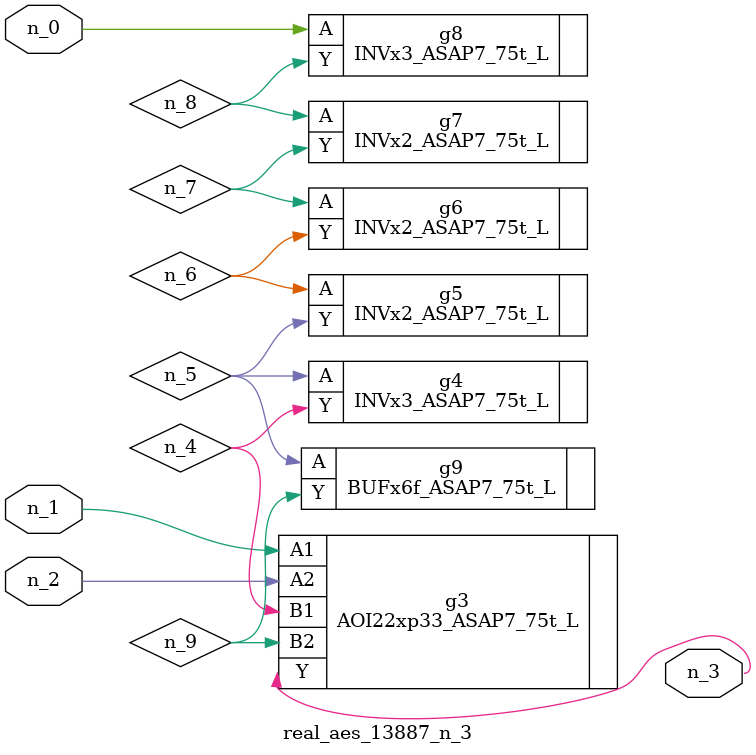
<source format=v>
module real_aes_13887_n_3 (n_0, n_2, n_1, n_3);
input n_0;
input n_2;
input n_1;
output n_3;
wire n_4;
wire n_5;
wire n_7;
wire n_9;
wire n_6;
wire n_8;
INVx3_ASAP7_75t_L g8 ( .A(n_0), .Y(n_8) );
AOI22xp33_ASAP7_75t_L g3 ( .A1(n_1), .A2(n_2), .B1(n_4), .B2(n_9), .Y(n_3) );
INVx3_ASAP7_75t_L g4 ( .A(n_5), .Y(n_4) );
BUFx6f_ASAP7_75t_L g9 ( .A(n_5), .Y(n_9) );
INVx2_ASAP7_75t_L g5 ( .A(n_6), .Y(n_5) );
INVx2_ASAP7_75t_L g6 ( .A(n_7), .Y(n_6) );
INVx2_ASAP7_75t_L g7 ( .A(n_8), .Y(n_7) );
endmodule
</source>
